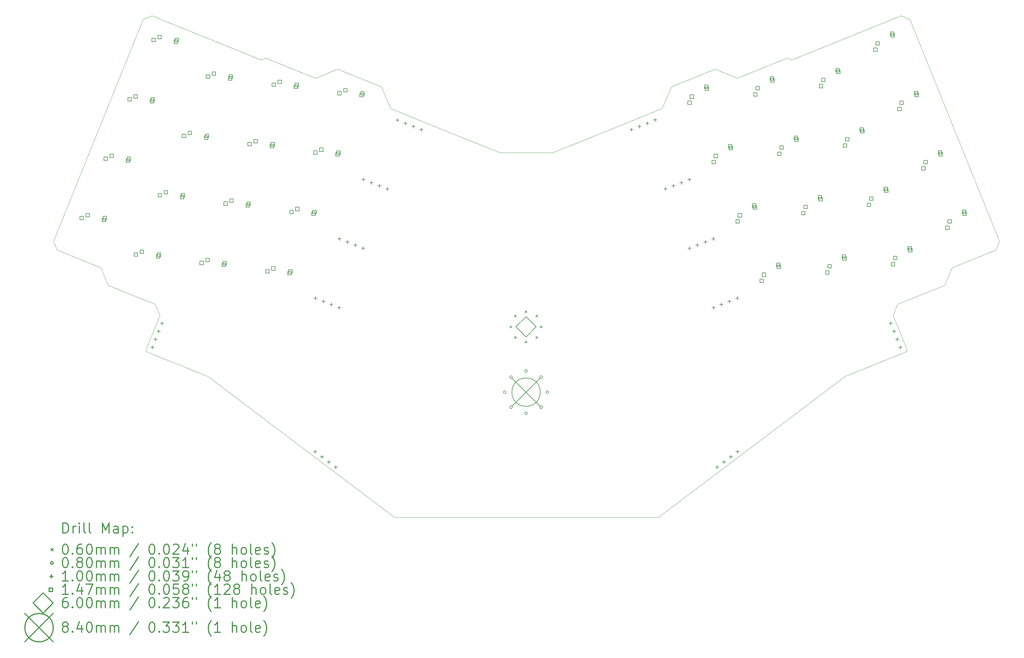
<source format=gbr>
%FSLAX45Y45*%
G04 Gerber Fmt 4.5, Leading zero omitted, Abs format (unit mm)*
G04 Created by KiCad (PCBNEW (5.1.4)-1) date 2023-05-25 13:29:21*
%MOMM*%
%LPD*%
G04 APERTURE LIST*
%ADD10C,0.050000*%
%ADD11C,0.200000*%
%ADD12C,0.300000*%
G04 APERTURE END LIST*
D10*
X13468413Y-16356381D02*
X15031587Y-16356381D01*
X14150000Y-27170000D02*
X14350000Y-27170000D01*
X10339081Y-27171638D02*
X14150000Y-27170000D01*
X8648924Y-13869913D02*
X9946981Y-14394363D01*
X3139212Y-12290966D02*
X2878854Y-12401482D01*
X8648924Y-13869913D02*
X7998028Y-14146202D01*
X1848751Y-20290010D02*
X3239526Y-20851920D01*
X2993232Y-22262360D02*
X4801241Y-22992842D01*
X1627720Y-19769294D02*
X1848751Y-20290010D01*
X9946981Y-14394363D02*
X10223270Y-15045258D01*
X2965603Y-22197270D02*
X2993232Y-22262360D01*
X3239526Y-20851920D02*
X3377671Y-21177368D01*
X11799482Y-15682089D02*
X13468413Y-16356381D01*
X6514534Y-13546831D02*
X7998028Y-14146202D01*
X219147Y-18984487D02*
X329662Y-19244845D01*
X10339081Y-27171638D02*
X4801241Y-22992842D01*
X329662Y-19244845D02*
X1627720Y-19769294D01*
X3139212Y-12290966D02*
X6384355Y-13602089D01*
X2878854Y-12401482D02*
X219147Y-18984487D01*
X6514534Y-13546831D02*
X6384355Y-13602089D01*
X11799482Y-15682089D02*
X10223270Y-15045258D01*
X2965603Y-22197270D02*
X3377671Y-21177368D01*
X18160919Y-27171638D02*
X14350000Y-27170000D01*
X18160919Y-27171638D02*
X23698759Y-22992842D01*
X25506768Y-22262360D02*
X23698759Y-22992842D01*
X25534396Y-22197270D02*
X25506768Y-22262360D01*
X25260474Y-20851920D02*
X25122329Y-21177368D01*
X25534396Y-22197270D02*
X25122329Y-21177368D01*
X26651249Y-20290010D02*
X25260474Y-20851920D01*
X26872280Y-19769294D02*
X26651249Y-20290010D01*
X28170338Y-19244845D02*
X26872280Y-19769294D01*
X28280853Y-18984487D02*
X28170338Y-19244845D01*
X25621146Y-12401482D02*
X28280853Y-18984487D01*
X25360788Y-12290966D02*
X25621146Y-12401482D01*
X21985466Y-13546831D02*
X22115645Y-13602089D01*
X19851076Y-13869913D02*
X20501972Y-14146202D01*
X16700518Y-15682089D02*
X18276730Y-15045258D01*
X18553019Y-14394363D02*
X18276730Y-15045258D01*
X16700518Y-15682089D02*
X15031587Y-16356381D01*
X19851076Y-13869913D02*
X18553019Y-14394363D01*
X21985466Y-13546831D02*
X20501972Y-14146202D01*
X25360788Y-12290966D02*
X22115645Y-13602089D01*
D11*
X13760000Y-21490000D02*
X13820000Y-21550000D01*
X13820000Y-21490000D02*
X13760000Y-21550000D01*
X13891802Y-21171802D02*
X13951802Y-21231802D01*
X13951802Y-21171802D02*
X13891802Y-21231802D01*
X13891802Y-21808198D02*
X13951802Y-21868198D01*
X13951802Y-21808198D02*
X13891802Y-21868198D01*
X14210000Y-21040000D02*
X14270000Y-21100000D01*
X14270000Y-21040000D02*
X14210000Y-21100000D01*
X14210000Y-21940000D02*
X14270000Y-22000000D01*
X14270000Y-21940000D02*
X14210000Y-22000000D01*
X14528198Y-21171802D02*
X14588198Y-21231802D01*
X14588198Y-21171802D02*
X14528198Y-21231802D01*
X14528198Y-21808198D02*
X14588198Y-21868198D01*
X14588198Y-21808198D02*
X14528198Y-21868198D01*
X14660000Y-21490000D02*
X14720000Y-21550000D01*
X14720000Y-21490000D02*
X14660000Y-21550000D01*
X13650000Y-23460000D02*
G75*
G03X13650000Y-23460000I-40000J0D01*
G01*
X13834523Y-23014523D02*
G75*
G03X13834523Y-23014523I-40000J0D01*
G01*
X13834523Y-23905477D02*
G75*
G03X13834523Y-23905477I-40000J0D01*
G01*
X14280000Y-22830000D02*
G75*
G03X14280000Y-22830000I-40000J0D01*
G01*
X14280000Y-24090000D02*
G75*
G03X14280000Y-24090000I-40000J0D01*
G01*
X14725477Y-23014523D02*
G75*
G03X14725477Y-23014523I-40000J0D01*
G01*
X14725477Y-23905477D02*
G75*
G03X14725477Y-23905477I-40000J0D01*
G01*
X14910000Y-23460000D02*
G75*
G03X14910000Y-23460000I-40000J0D01*
G01*
X17366096Y-15619457D02*
X17366096Y-15719457D01*
X17316096Y-15669457D02*
X17416096Y-15669457D01*
X17601600Y-15524307D02*
X17601600Y-15624307D01*
X17551600Y-15574307D02*
X17651600Y-15574307D01*
X17837105Y-15429157D02*
X17837105Y-15529157D01*
X17787105Y-15479157D02*
X17887105Y-15479157D01*
X18072610Y-15334007D02*
X18072610Y-15434007D01*
X18022610Y-15384007D02*
X18122610Y-15384007D01*
X19801353Y-20904405D02*
X19801353Y-21004405D01*
X19751353Y-20954405D02*
X19851353Y-20954405D01*
X20036858Y-20809255D02*
X20036858Y-20909255D01*
X19986858Y-20859255D02*
X20086858Y-20859255D01*
X20272362Y-20714105D02*
X20272362Y-20814105D01*
X20222362Y-20764105D02*
X20322362Y-20764105D01*
X20507867Y-20618955D02*
X20507867Y-20718955D01*
X20457867Y-20668955D02*
X20557867Y-20668955D01*
X8705445Y-18857554D02*
X8705445Y-18957554D01*
X8655445Y-18907554D02*
X8755445Y-18907554D01*
X8940950Y-18952705D02*
X8940950Y-19052705D01*
X8890950Y-19002705D02*
X8990950Y-19002705D01*
X9176454Y-19047855D02*
X9176454Y-19147855D01*
X9126454Y-19097855D02*
X9226454Y-19097855D01*
X9411959Y-19143005D02*
X9411959Y-19243005D01*
X9361959Y-19193005D02*
X9461959Y-19193005D01*
X25058173Y-21368996D02*
X25058173Y-21468996D01*
X25008173Y-21418996D02*
X25108173Y-21418996D01*
X25153323Y-21604500D02*
X25153323Y-21704500D01*
X25103323Y-21654500D02*
X25203323Y-21654500D01*
X25248473Y-21840005D02*
X25248473Y-21940005D01*
X25198473Y-21890005D02*
X25298473Y-21890005D01*
X25343623Y-22075510D02*
X25343623Y-22175510D01*
X25293623Y-22125510D02*
X25393623Y-22125510D01*
X9417197Y-17095905D02*
X9417197Y-17195905D01*
X9367197Y-17145905D02*
X9467197Y-17145905D01*
X9652702Y-17191055D02*
X9652702Y-17291055D01*
X9602702Y-17241055D02*
X9702702Y-17241055D01*
X9888207Y-17286205D02*
X9888207Y-17386205D01*
X9838207Y-17336205D02*
X9938207Y-17336205D01*
X10123711Y-17381355D02*
X10123711Y-17481355D01*
X10073711Y-17431355D02*
X10173711Y-17431355D01*
X19089601Y-19142756D02*
X19089601Y-19242756D01*
X19039601Y-19192756D02*
X19139601Y-19192756D01*
X19325105Y-19047606D02*
X19325105Y-19147606D01*
X19275105Y-19097606D02*
X19375105Y-19097606D01*
X19560610Y-18952456D02*
X19560610Y-19052456D01*
X19510610Y-19002456D02*
X19610610Y-19002456D01*
X19796115Y-18857306D02*
X19796115Y-18957306D01*
X19746115Y-18907306D02*
X19846115Y-18907306D01*
X3157936Y-22075758D02*
X3157936Y-22175758D01*
X3107936Y-22125758D02*
X3207936Y-22125758D01*
X3253086Y-21840254D02*
X3253086Y-21940254D01*
X3203086Y-21890254D02*
X3303086Y-21890254D01*
X3348236Y-21604749D02*
X3348236Y-21704749D01*
X3298236Y-21654749D02*
X3398236Y-21654749D01*
X3443386Y-21369244D02*
X3443386Y-21469244D01*
X3393386Y-21419244D02*
X3493386Y-21419244D01*
X7985089Y-25172530D02*
X7985089Y-25272530D01*
X7935089Y-25222530D02*
X8035089Y-25222530D01*
X8187943Y-25325391D02*
X8187943Y-25425391D01*
X8137943Y-25375391D02*
X8237943Y-25375391D01*
X8390796Y-25478252D02*
X8390796Y-25578252D01*
X8340796Y-25528252D02*
X8440796Y-25528252D01*
X8593650Y-25631113D02*
X8593650Y-25731113D01*
X8543650Y-25681113D02*
X8643650Y-25681113D01*
X10428950Y-15334256D02*
X10428950Y-15434256D01*
X10378950Y-15384256D02*
X10478950Y-15384256D01*
X10664455Y-15429406D02*
X10664455Y-15529406D01*
X10614455Y-15479406D02*
X10714455Y-15479406D01*
X10899959Y-15524556D02*
X10899959Y-15624556D01*
X10849959Y-15574556D02*
X10949959Y-15574556D01*
X11135464Y-15619706D02*
X11135464Y-15719706D01*
X11085464Y-15669706D02*
X11185464Y-15669706D01*
X19910568Y-25631535D02*
X19910568Y-25731535D01*
X19860568Y-25681535D02*
X19960568Y-25681535D01*
X20113421Y-25478674D02*
X20113421Y-25578674D01*
X20063421Y-25528674D02*
X20163421Y-25528674D01*
X20316274Y-25325813D02*
X20316274Y-25425813D01*
X20266274Y-25375813D02*
X20366274Y-25375813D01*
X20519128Y-25172952D02*
X20519128Y-25272952D01*
X20469128Y-25222952D02*
X20569128Y-25222952D01*
X7993692Y-20619204D02*
X7993692Y-20719204D01*
X7943692Y-20669204D02*
X8043692Y-20669204D01*
X8229197Y-20714354D02*
X8229197Y-20814354D01*
X8179197Y-20764354D02*
X8279197Y-20764354D01*
X8464702Y-20809504D02*
X8464702Y-20909504D01*
X8414702Y-20859504D02*
X8514702Y-20859504D01*
X8700206Y-20904654D02*
X8700206Y-21004654D01*
X8650206Y-20954654D02*
X8750206Y-20954654D01*
X18377848Y-17381107D02*
X18377848Y-17481107D01*
X18327848Y-17431107D02*
X18427848Y-17431107D01*
X18613353Y-17285957D02*
X18613353Y-17385957D01*
X18563353Y-17335957D02*
X18663353Y-17335957D01*
X18848857Y-17190807D02*
X18848857Y-17290807D01*
X18798857Y-17240807D02*
X18898857Y-17240807D01*
X19084362Y-17095657D02*
X19084362Y-17195657D01*
X19034362Y-17145657D02*
X19134362Y-17145657D01*
X21091712Y-14677636D02*
X21091712Y-14573690D01*
X20987766Y-14573690D01*
X20987766Y-14677636D01*
X21091712Y-14677636D01*
X21158480Y-14493194D02*
X21158480Y-14389248D01*
X21054535Y-14389248D01*
X21054535Y-14493194D01*
X21158480Y-14493194D01*
X21585323Y-14204256D02*
X21585323Y-14100311D01*
X21481378Y-14100311D01*
X21481378Y-14204256D01*
X21585323Y-14204256D01*
X21603342Y-14259531D02*
X21603342Y-14155586D01*
X21499396Y-14155586D01*
X21499396Y-14259531D01*
X21603342Y-14259531D01*
X7332727Y-18163894D02*
X7332727Y-18059948D01*
X7228781Y-18059948D01*
X7228781Y-18163894D01*
X7332727Y-18163894D01*
X7508880Y-18077598D02*
X7508880Y-17973653D01*
X7404935Y-17973653D01*
X7404935Y-18077598D01*
X7508880Y-18077598D01*
X7991202Y-18218542D02*
X7991202Y-18114597D01*
X7887257Y-18114597D01*
X7887257Y-18218542D01*
X7991202Y-18218542D01*
X8016638Y-18166264D02*
X8016638Y-18062319D01*
X7912693Y-18062319D01*
X7912693Y-18166264D01*
X8016638Y-18166264D01*
X6095526Y-16154084D02*
X6095526Y-16050138D01*
X5991581Y-16050138D01*
X5991581Y-16154084D01*
X6095526Y-16154084D01*
X6271680Y-16067788D02*
X6271680Y-15963843D01*
X6167735Y-15963843D01*
X6167735Y-16067788D01*
X6271680Y-16067788D01*
X6754002Y-16208732D02*
X6754002Y-16104787D01*
X6650057Y-16104787D01*
X6650057Y-16208732D01*
X6754002Y-16208732D01*
X6779438Y-16156454D02*
X6779438Y-16052509D01*
X6675493Y-16052509D01*
X6675493Y-16156454D01*
X6779438Y-16156454D01*
X6807279Y-14392434D02*
X6807279Y-14288489D01*
X6703333Y-14288489D01*
X6703333Y-14392434D01*
X6807279Y-14392434D01*
X6983433Y-14306139D02*
X6983433Y-14202193D01*
X6879487Y-14202193D01*
X6879487Y-14306139D01*
X6983433Y-14306139D01*
X7465755Y-14447083D02*
X7465755Y-14343137D01*
X7361809Y-14343137D01*
X7361809Y-14447083D01*
X7465755Y-14447083D01*
X7491191Y-14394805D02*
X7491191Y-14290859D01*
X7387245Y-14290859D01*
X7387245Y-14394805D01*
X7491191Y-14394805D01*
X20566264Y-18449095D02*
X20566264Y-18345150D01*
X20462319Y-18345150D01*
X20462319Y-18449095D01*
X20566264Y-18449095D01*
X20633033Y-18264653D02*
X20633033Y-18160707D01*
X20529087Y-18160707D01*
X20529087Y-18264653D01*
X20633033Y-18264653D01*
X21059876Y-17975715D02*
X21059876Y-17871770D01*
X20955930Y-17871770D01*
X20955930Y-17975715D01*
X21059876Y-17975715D01*
X21077894Y-18030991D02*
X21077894Y-17927045D01*
X20973949Y-17927045D01*
X20973949Y-18030991D01*
X21077894Y-18030991D01*
X26075976Y-16870148D02*
X26075976Y-16766202D01*
X25972031Y-16766202D01*
X25972031Y-16870148D01*
X26075976Y-16870148D01*
X26142745Y-16685706D02*
X26142745Y-16581760D01*
X26038799Y-16581760D01*
X26038799Y-16685706D01*
X26142745Y-16685706D01*
X26569588Y-16396768D02*
X26569588Y-16292822D01*
X26465642Y-16292822D01*
X26465642Y-16396768D01*
X26569588Y-16396768D01*
X26587606Y-16452043D02*
X26587606Y-16348098D01*
X26483661Y-16348098D01*
X26483661Y-16452043D01*
X26587606Y-16452043D01*
X3434821Y-17667572D02*
X3434821Y-17563627D01*
X3330876Y-17563627D01*
X3330876Y-17667572D01*
X3434821Y-17667572D01*
X3610975Y-17581277D02*
X3610975Y-17477331D01*
X3507029Y-17477331D01*
X3507029Y-17581277D01*
X3610975Y-17581277D01*
X4093297Y-17722221D02*
X4093297Y-17618276D01*
X3989352Y-17618276D01*
X3989352Y-17722221D01*
X4093297Y-17722221D01*
X4118733Y-17669943D02*
X4118733Y-17565997D01*
X4014788Y-17565997D01*
X4014788Y-17669943D01*
X4118733Y-17669943D01*
X24464169Y-17952774D02*
X24464169Y-17848829D01*
X24360224Y-17848829D01*
X24360224Y-17952774D01*
X24464169Y-17952774D01*
X24530938Y-17768332D02*
X24530938Y-17664386D01*
X24426992Y-17664386D01*
X24426992Y-17768332D01*
X24530938Y-17768332D01*
X24957781Y-17479394D02*
X24957781Y-17375449D01*
X24853835Y-17375449D01*
X24853835Y-17479394D01*
X24957781Y-17479394D01*
X24975800Y-17534669D02*
X24975800Y-17430724D01*
X24871854Y-17430724D01*
X24871854Y-17534669D01*
X24975800Y-17534669D01*
X21278017Y-20209193D02*
X21278017Y-20105248D01*
X21174071Y-20105248D01*
X21174071Y-20209193D01*
X21278017Y-20209193D01*
X21344785Y-20024751D02*
X21344785Y-19920805D01*
X21240840Y-19920805D01*
X21240840Y-20024751D01*
X21344785Y-20024751D01*
X21771628Y-19735813D02*
X21771628Y-19631868D01*
X21667683Y-19631868D01*
X21667683Y-19735813D01*
X21771628Y-19735813D01*
X21789647Y-19791088D02*
X21789647Y-19687143D01*
X21685701Y-19687143D01*
X21685701Y-19791088D01*
X21789647Y-19791088D01*
X4146574Y-15905923D02*
X4146574Y-15801977D01*
X4042628Y-15801977D01*
X4042628Y-15905923D01*
X4146574Y-15905923D01*
X4322728Y-15819628D02*
X4322728Y-15715682D01*
X4218782Y-15715682D01*
X4218782Y-15819628D01*
X4322728Y-15819628D01*
X4805050Y-15960572D02*
X4805050Y-15856626D01*
X4701104Y-15856626D01*
X4701104Y-15960572D01*
X4805050Y-15960572D01*
X4830486Y-15908294D02*
X4830486Y-15804348D01*
X4726540Y-15804348D01*
X4726540Y-15908294D01*
X4830486Y-15908294D01*
X19142759Y-14925797D02*
X19142759Y-14821851D01*
X19038814Y-14821851D01*
X19038814Y-14925797D01*
X19142759Y-14925797D01*
X19209528Y-14741354D02*
X19209528Y-14637409D01*
X19105582Y-14637409D01*
X19105582Y-14741354D01*
X19209528Y-14741354D01*
X19636371Y-14452417D02*
X19636371Y-14348471D01*
X19532425Y-14348471D01*
X19532425Y-14452417D01*
X19636371Y-14452417D01*
X19654389Y-14507692D02*
X19654389Y-14403746D01*
X19550444Y-14403746D01*
X19550444Y-14507692D01*
X19654389Y-14507692D01*
X2723069Y-19429222D02*
X2723069Y-19325276D01*
X2619123Y-19325276D01*
X2619123Y-19429222D01*
X2723069Y-19429222D01*
X2899223Y-19342926D02*
X2899223Y-19238981D01*
X2795277Y-19238981D01*
X2795277Y-19342926D01*
X2899223Y-19342926D01*
X3381545Y-19483870D02*
X3381545Y-19379925D01*
X3277599Y-19379925D01*
X3277599Y-19483870D01*
X3381545Y-19483870D01*
X3406981Y-19431592D02*
X3406981Y-19327647D01*
X3303035Y-19327647D01*
X3303035Y-19431592D01*
X3406981Y-19431592D01*
X8044479Y-16402244D02*
X8044479Y-16298299D01*
X7940533Y-16298299D01*
X7940533Y-16402244D01*
X8044479Y-16402244D01*
X8220633Y-16315949D02*
X8220633Y-16212003D01*
X8116687Y-16212003D01*
X8116687Y-16315949D01*
X8220633Y-16315949D01*
X8702955Y-16456893D02*
X8702955Y-16352947D01*
X8599009Y-16352947D01*
X8599009Y-16456893D01*
X8702955Y-16456893D01*
X8728391Y-16404615D02*
X8728391Y-16300669D01*
X8624445Y-16300669D01*
X8624445Y-16404615D01*
X8728391Y-16404615D01*
X23040664Y-14429475D02*
X23040664Y-14325530D01*
X22936719Y-14325530D01*
X22936719Y-14429475D01*
X23040664Y-14429475D01*
X23107433Y-14245033D02*
X23107433Y-14141088D01*
X23003487Y-14141088D01*
X23003487Y-14245033D01*
X23107433Y-14245033D01*
X23534276Y-13956096D02*
X23534276Y-13852150D01*
X23430330Y-13852150D01*
X23430330Y-13956096D01*
X23534276Y-13956096D01*
X23552294Y-14011371D02*
X23552294Y-13907425D01*
X23448349Y-13907425D01*
X23448349Y-14011371D01*
X23552294Y-14011371D01*
X1111262Y-18346596D02*
X1111262Y-18242650D01*
X1007317Y-18242650D01*
X1007317Y-18346596D01*
X1111262Y-18346596D01*
X1287416Y-18260300D02*
X1287416Y-18156355D01*
X1183470Y-18156355D01*
X1183470Y-18260300D01*
X1287416Y-18260300D01*
X1769738Y-18401244D02*
X1769738Y-18297299D01*
X1665792Y-18297299D01*
X1665792Y-18401244D01*
X1769738Y-18401244D01*
X1795174Y-18348966D02*
X1795174Y-18245021D01*
X1691228Y-18245021D01*
X1691228Y-18348966D01*
X1795174Y-18348966D01*
X3246520Y-13061648D02*
X3246520Y-12957702D01*
X3142574Y-12957702D01*
X3142574Y-13061648D01*
X3246520Y-13061648D01*
X3422673Y-12975352D02*
X3422673Y-12871407D01*
X3318728Y-12871407D01*
X3318728Y-12975352D01*
X3422673Y-12975352D01*
X3904996Y-13116296D02*
X3904996Y-13012351D01*
X3801050Y-13012351D01*
X3801050Y-13116296D01*
X3904996Y-13116296D01*
X3930431Y-13064018D02*
X3930431Y-12960073D01*
X3826486Y-12960073D01*
X3826486Y-13064018D01*
X3930431Y-13064018D01*
X23226969Y-19962584D02*
X23226969Y-19858638D01*
X23123024Y-19858638D01*
X23123024Y-19962584D01*
X23226969Y-19962584D01*
X23293738Y-19778142D02*
X23293738Y-19674196D01*
X23189792Y-19674196D01*
X23189792Y-19778142D01*
X23293738Y-19778142D01*
X23720581Y-19489204D02*
X23720581Y-19385259D01*
X23616635Y-19385259D01*
X23616635Y-19489204D01*
X23720581Y-19489204D01*
X23738599Y-19544479D02*
X23738599Y-19440534D01*
X23634654Y-19440534D01*
X23634654Y-19544479D01*
X23738599Y-19544479D01*
X21803464Y-16439285D02*
X21803464Y-16335340D01*
X21699519Y-16335340D01*
X21699519Y-16439285D01*
X21803464Y-16439285D01*
X21870233Y-16254843D02*
X21870233Y-16150897D01*
X21766287Y-16150897D01*
X21766287Y-16254843D01*
X21870233Y-16254843D01*
X22297076Y-15965905D02*
X22297076Y-15861960D01*
X22193130Y-15861960D01*
X22193130Y-15965905D01*
X22297076Y-15965905D01*
X22315095Y-16021181D02*
X22315095Y-15917235D01*
X22211149Y-15917235D01*
X22211149Y-16021181D01*
X22315095Y-16021181D01*
X25364224Y-15108499D02*
X25364224Y-15004553D01*
X25260278Y-15004553D01*
X25260278Y-15108499D01*
X25364224Y-15108499D01*
X25430992Y-14924056D02*
X25430992Y-14820111D01*
X25327047Y-14820111D01*
X25327047Y-14924056D01*
X25430992Y-14924056D01*
X25857835Y-14635119D02*
X25857835Y-14531173D01*
X25753890Y-14531173D01*
X25753890Y-14635119D01*
X25857835Y-14635119D01*
X25875854Y-14690394D02*
X25875854Y-14586448D01*
X25771908Y-14586448D01*
X25771908Y-14690394D01*
X25875854Y-14690394D01*
X23752417Y-16191125D02*
X23752417Y-16087179D01*
X23648471Y-16087179D01*
X23648471Y-16191125D01*
X23752417Y-16191125D01*
X23819185Y-16006682D02*
X23819185Y-15902737D01*
X23715240Y-15902737D01*
X23715240Y-16006682D01*
X23819185Y-16006682D01*
X24246029Y-15717745D02*
X24246029Y-15613799D01*
X24142083Y-15613799D01*
X24142083Y-15717745D01*
X24246029Y-15717745D01*
X24264047Y-15773020D02*
X24264047Y-15669074D01*
X24160101Y-15669074D01*
X24160101Y-15773020D01*
X24264047Y-15773020D01*
X4858326Y-14144274D02*
X4858326Y-14040328D01*
X4754381Y-14040328D01*
X4754381Y-14144274D01*
X4858326Y-14144274D01*
X5034480Y-14057978D02*
X5034480Y-13954033D01*
X4930535Y-13954033D01*
X4930535Y-14057978D01*
X5034480Y-14057978D01*
X5516802Y-14198922D02*
X5516802Y-14094977D01*
X5412857Y-14094977D01*
X5412857Y-14198922D01*
X5516802Y-14198922D01*
X5542238Y-14146644D02*
X5542238Y-14042699D01*
X5438293Y-14042699D01*
X5438293Y-14146644D01*
X5542238Y-14146644D01*
X4672022Y-19677382D02*
X4672022Y-19573437D01*
X4568076Y-19573437D01*
X4568076Y-19677382D01*
X4672022Y-19677382D01*
X4848175Y-19591087D02*
X4848175Y-19487141D01*
X4744230Y-19487141D01*
X4744230Y-19591087D01*
X4848175Y-19591087D01*
X5330497Y-19732031D02*
X5330497Y-19628085D01*
X5226552Y-19628085D01*
X5226552Y-19732031D01*
X5330497Y-19732031D01*
X5355933Y-19679753D02*
X5355933Y-19575807D01*
X5251988Y-19575807D01*
X5251988Y-19679753D01*
X5355933Y-19679753D01*
X24652471Y-13346849D02*
X24652471Y-13242904D01*
X24548525Y-13242904D01*
X24548525Y-13346849D01*
X24652471Y-13346849D01*
X24719240Y-13162407D02*
X24719240Y-13058461D01*
X24615294Y-13058461D01*
X24615294Y-13162407D01*
X24719240Y-13162407D01*
X25146083Y-12873469D02*
X25146083Y-12769524D01*
X25042137Y-12769524D01*
X25042137Y-12873469D01*
X25146083Y-12873469D01*
X25164101Y-12928745D02*
X25164101Y-12824799D01*
X25060156Y-12824799D01*
X25060156Y-12928745D01*
X25164101Y-12928745D01*
X5383774Y-17915733D02*
X5383774Y-17811787D01*
X5279828Y-17811787D01*
X5279828Y-17915733D01*
X5383774Y-17915733D01*
X5559928Y-17829438D02*
X5559928Y-17725492D01*
X5455982Y-17725492D01*
X5455982Y-17829438D01*
X5559928Y-17829438D01*
X6042250Y-17970382D02*
X6042250Y-17866436D01*
X5938304Y-17866436D01*
X5938304Y-17970382D01*
X6042250Y-17970382D01*
X6067686Y-17918104D02*
X6067686Y-17814158D01*
X5963740Y-17814158D01*
X5963740Y-17918104D01*
X6067686Y-17918104D01*
X2534767Y-14823297D02*
X2534767Y-14719351D01*
X2430822Y-14719351D01*
X2430822Y-14823297D01*
X2534767Y-14823297D01*
X2710921Y-14737002D02*
X2710921Y-14633056D01*
X2606975Y-14633056D01*
X2606975Y-14737002D01*
X2710921Y-14737002D01*
X3193243Y-14877946D02*
X3193243Y-14774000D01*
X3089297Y-14774000D01*
X3089297Y-14877946D01*
X3193243Y-14877946D01*
X3218679Y-14825667D02*
X3218679Y-14721722D01*
X3114733Y-14721722D01*
X3114733Y-14825667D01*
X3218679Y-14825667D01*
X8756232Y-14640595D02*
X8756232Y-14536649D01*
X8652286Y-14536649D01*
X8652286Y-14640595D01*
X8756232Y-14640595D01*
X8932385Y-14554300D02*
X8932385Y-14450354D01*
X8828440Y-14450354D01*
X8828440Y-14554300D01*
X8932385Y-14554300D01*
X9414708Y-14695244D02*
X9414708Y-14591298D01*
X9310762Y-14591298D01*
X9310762Y-14695244D01*
X9414708Y-14695244D01*
X9440144Y-14642965D02*
X9440144Y-14539020D01*
X9336198Y-14539020D01*
X9336198Y-14642965D01*
X9440144Y-14642965D01*
X1823015Y-16584946D02*
X1823015Y-16481001D01*
X1719069Y-16481001D01*
X1719069Y-16584946D01*
X1823015Y-16584946D01*
X1999168Y-16498651D02*
X1999168Y-16394705D01*
X1895223Y-16394705D01*
X1895223Y-16498651D01*
X1999168Y-16498651D01*
X2481491Y-16639595D02*
X2481491Y-16535649D01*
X2377545Y-16535649D01*
X2377545Y-16639595D01*
X2481491Y-16639595D01*
X2506927Y-16587317D02*
X2506927Y-16483371D01*
X2402981Y-16483371D01*
X2402981Y-16587317D01*
X2506927Y-16587317D01*
X26787729Y-18631797D02*
X26787729Y-18527852D01*
X26683783Y-18527852D01*
X26683783Y-18631797D01*
X26787729Y-18631797D01*
X26854497Y-18447355D02*
X26854497Y-18343410D01*
X26750552Y-18343410D01*
X26750552Y-18447355D01*
X26854497Y-18447355D01*
X27281340Y-18158418D02*
X27281340Y-18054472D01*
X27177395Y-18054472D01*
X27177395Y-18158418D01*
X27281340Y-18158418D01*
X27299359Y-18213693D02*
X27299359Y-18109747D01*
X27195413Y-18109747D01*
X27195413Y-18213693D01*
X27299359Y-18213693D01*
X6620974Y-19925543D02*
X6620974Y-19821597D01*
X6517028Y-19821597D01*
X6517028Y-19925543D01*
X6620974Y-19925543D01*
X6797128Y-19839248D02*
X6797128Y-19735302D01*
X6693182Y-19735302D01*
X6693182Y-19839248D01*
X6797128Y-19839248D01*
X7279450Y-19980192D02*
X7279450Y-19876246D01*
X7175504Y-19876246D01*
X7175504Y-19980192D01*
X7279450Y-19980192D01*
X7304886Y-19927913D02*
X7304886Y-19823968D01*
X7200940Y-19823968D01*
X7200940Y-19927913D01*
X7304886Y-19927913D01*
X25175922Y-19714423D02*
X25175922Y-19610478D01*
X25071976Y-19610478D01*
X25071976Y-19714423D01*
X25175922Y-19714423D01*
X25242690Y-19529981D02*
X25242690Y-19426036D01*
X25138745Y-19426036D01*
X25138745Y-19529981D01*
X25242690Y-19529981D01*
X25669534Y-19241044D02*
X25669534Y-19137098D01*
X25565588Y-19137098D01*
X25565588Y-19241044D01*
X25669534Y-19241044D01*
X25687552Y-19296319D02*
X25687552Y-19192373D01*
X25583606Y-19192373D01*
X25583606Y-19296319D01*
X25687552Y-19296319D01*
X22515217Y-18200935D02*
X22515217Y-18096989D01*
X22411271Y-18096989D01*
X22411271Y-18200935D01*
X22515217Y-18200935D01*
X22581985Y-18016492D02*
X22581985Y-17912547D01*
X22478040Y-17912547D01*
X22478040Y-18016492D01*
X22581985Y-18016492D01*
X23008828Y-17727555D02*
X23008828Y-17623609D01*
X22904883Y-17623609D01*
X22904883Y-17727555D01*
X23008828Y-17727555D01*
X23026847Y-17782830D02*
X23026847Y-17678884D01*
X22922901Y-17678884D01*
X22922901Y-17782830D01*
X23026847Y-17782830D01*
X19854512Y-16687446D02*
X19854512Y-16583500D01*
X19750566Y-16583500D01*
X19750566Y-16687446D01*
X19854512Y-16687446D01*
X19921280Y-16503004D02*
X19921280Y-16399058D01*
X19817335Y-16399058D01*
X19817335Y-16503004D01*
X19921280Y-16503004D01*
X20348123Y-16214066D02*
X20348123Y-16110120D01*
X20244178Y-16110120D01*
X20244178Y-16214066D01*
X20348123Y-16214066D01*
X20366142Y-16269341D02*
X20366142Y-16165396D01*
X20262196Y-16165396D01*
X20262196Y-16269341D01*
X20366142Y-16269341D01*
X14240000Y-21820000D02*
X14540000Y-21520000D01*
X14240000Y-21220000D01*
X13940000Y-21520000D01*
X14240000Y-21820000D01*
X13820000Y-23040000D02*
X14660000Y-23880000D01*
X14660000Y-23040000D02*
X13820000Y-23880000D01*
X14660000Y-23460000D02*
G75*
G03X14660000Y-23460000I-420000J0D01*
G01*
D12*
X503075Y-27639852D02*
X503075Y-27339852D01*
X574504Y-27339852D01*
X617361Y-27354138D01*
X645933Y-27382709D01*
X660218Y-27411281D01*
X674504Y-27468423D01*
X674504Y-27511281D01*
X660218Y-27568423D01*
X645933Y-27596995D01*
X617361Y-27625566D01*
X574504Y-27639852D01*
X503075Y-27639852D01*
X803075Y-27639852D02*
X803075Y-27439852D01*
X803075Y-27496995D02*
X817361Y-27468423D01*
X831647Y-27454138D01*
X860218Y-27439852D01*
X888790Y-27439852D01*
X988790Y-27639852D02*
X988790Y-27439852D01*
X988790Y-27339852D02*
X974504Y-27354138D01*
X988790Y-27368423D01*
X1003075Y-27354138D01*
X988790Y-27339852D01*
X988790Y-27368423D01*
X1174504Y-27639852D02*
X1145933Y-27625566D01*
X1131647Y-27596995D01*
X1131647Y-27339852D01*
X1331647Y-27639852D02*
X1303075Y-27625566D01*
X1288790Y-27596995D01*
X1288790Y-27339852D01*
X1674504Y-27639852D02*
X1674504Y-27339852D01*
X1774504Y-27554138D01*
X1874504Y-27339852D01*
X1874504Y-27639852D01*
X2145933Y-27639852D02*
X2145933Y-27482709D01*
X2131647Y-27454138D01*
X2103075Y-27439852D01*
X2045932Y-27439852D01*
X2017361Y-27454138D01*
X2145933Y-27625566D02*
X2117361Y-27639852D01*
X2045932Y-27639852D01*
X2017361Y-27625566D01*
X2003075Y-27596995D01*
X2003075Y-27568423D01*
X2017361Y-27539852D01*
X2045932Y-27525566D01*
X2117361Y-27525566D01*
X2145933Y-27511281D01*
X2288790Y-27439852D02*
X2288790Y-27739852D01*
X2288790Y-27454138D02*
X2317361Y-27439852D01*
X2374504Y-27439852D01*
X2403075Y-27454138D01*
X2417361Y-27468423D01*
X2431647Y-27496995D01*
X2431647Y-27582709D01*
X2417361Y-27611281D01*
X2403075Y-27625566D01*
X2374504Y-27639852D01*
X2317361Y-27639852D01*
X2288790Y-27625566D01*
X2560218Y-27611281D02*
X2574504Y-27625566D01*
X2560218Y-27639852D01*
X2545933Y-27625566D01*
X2560218Y-27611281D01*
X2560218Y-27639852D01*
X2560218Y-27454138D02*
X2574504Y-27468423D01*
X2560218Y-27482709D01*
X2545933Y-27468423D01*
X2560218Y-27454138D01*
X2560218Y-27482709D01*
X156647Y-28104138D02*
X216647Y-28164138D01*
X216647Y-28104138D02*
X156647Y-28164138D01*
X560218Y-27969852D02*
X588790Y-27969852D01*
X617361Y-27984138D01*
X631647Y-27998423D01*
X645933Y-28026995D01*
X660218Y-28084138D01*
X660218Y-28155566D01*
X645933Y-28212709D01*
X631647Y-28241281D01*
X617361Y-28255566D01*
X588790Y-28269852D01*
X560218Y-28269852D01*
X531647Y-28255566D01*
X517361Y-28241281D01*
X503075Y-28212709D01*
X488790Y-28155566D01*
X488790Y-28084138D01*
X503075Y-28026995D01*
X517361Y-27998423D01*
X531647Y-27984138D01*
X560218Y-27969852D01*
X788790Y-28241281D02*
X803075Y-28255566D01*
X788790Y-28269852D01*
X774504Y-28255566D01*
X788790Y-28241281D01*
X788790Y-28269852D01*
X1060218Y-27969852D02*
X1003075Y-27969852D01*
X974504Y-27984138D01*
X960218Y-27998423D01*
X931647Y-28041281D01*
X917361Y-28098423D01*
X917361Y-28212709D01*
X931647Y-28241281D01*
X945932Y-28255566D01*
X974504Y-28269852D01*
X1031647Y-28269852D01*
X1060218Y-28255566D01*
X1074504Y-28241281D01*
X1088790Y-28212709D01*
X1088790Y-28141281D01*
X1074504Y-28112709D01*
X1060218Y-28098423D01*
X1031647Y-28084138D01*
X974504Y-28084138D01*
X945932Y-28098423D01*
X931647Y-28112709D01*
X917361Y-28141281D01*
X1274504Y-27969852D02*
X1303075Y-27969852D01*
X1331647Y-27984138D01*
X1345933Y-27998423D01*
X1360218Y-28026995D01*
X1374504Y-28084138D01*
X1374504Y-28155566D01*
X1360218Y-28212709D01*
X1345933Y-28241281D01*
X1331647Y-28255566D01*
X1303075Y-28269852D01*
X1274504Y-28269852D01*
X1245933Y-28255566D01*
X1231647Y-28241281D01*
X1217361Y-28212709D01*
X1203075Y-28155566D01*
X1203075Y-28084138D01*
X1217361Y-28026995D01*
X1231647Y-27998423D01*
X1245933Y-27984138D01*
X1274504Y-27969852D01*
X1503075Y-28269852D02*
X1503075Y-28069852D01*
X1503075Y-28098423D02*
X1517361Y-28084138D01*
X1545932Y-28069852D01*
X1588790Y-28069852D01*
X1617361Y-28084138D01*
X1631647Y-28112709D01*
X1631647Y-28269852D01*
X1631647Y-28112709D02*
X1645932Y-28084138D01*
X1674504Y-28069852D01*
X1717361Y-28069852D01*
X1745932Y-28084138D01*
X1760218Y-28112709D01*
X1760218Y-28269852D01*
X1903075Y-28269852D02*
X1903075Y-28069852D01*
X1903075Y-28098423D02*
X1917361Y-28084138D01*
X1945932Y-28069852D01*
X1988790Y-28069852D01*
X2017361Y-28084138D01*
X2031647Y-28112709D01*
X2031647Y-28269852D01*
X2031647Y-28112709D02*
X2045932Y-28084138D01*
X2074504Y-28069852D01*
X2117361Y-28069852D01*
X2145933Y-28084138D01*
X2160218Y-28112709D01*
X2160218Y-28269852D01*
X2745933Y-27955566D02*
X2488790Y-28341281D01*
X3131647Y-27969852D02*
X3160218Y-27969852D01*
X3188790Y-27984138D01*
X3203075Y-27998423D01*
X3217361Y-28026995D01*
X3231647Y-28084138D01*
X3231647Y-28155566D01*
X3217361Y-28212709D01*
X3203075Y-28241281D01*
X3188790Y-28255566D01*
X3160218Y-28269852D01*
X3131647Y-28269852D01*
X3103075Y-28255566D01*
X3088790Y-28241281D01*
X3074504Y-28212709D01*
X3060218Y-28155566D01*
X3060218Y-28084138D01*
X3074504Y-28026995D01*
X3088790Y-27998423D01*
X3103075Y-27984138D01*
X3131647Y-27969852D01*
X3360218Y-28241281D02*
X3374504Y-28255566D01*
X3360218Y-28269852D01*
X3345932Y-28255566D01*
X3360218Y-28241281D01*
X3360218Y-28269852D01*
X3560218Y-27969852D02*
X3588790Y-27969852D01*
X3617361Y-27984138D01*
X3631647Y-27998423D01*
X3645932Y-28026995D01*
X3660218Y-28084138D01*
X3660218Y-28155566D01*
X3645932Y-28212709D01*
X3631647Y-28241281D01*
X3617361Y-28255566D01*
X3588790Y-28269852D01*
X3560218Y-28269852D01*
X3531647Y-28255566D01*
X3517361Y-28241281D01*
X3503075Y-28212709D01*
X3488790Y-28155566D01*
X3488790Y-28084138D01*
X3503075Y-28026995D01*
X3517361Y-27998423D01*
X3531647Y-27984138D01*
X3560218Y-27969852D01*
X3774504Y-27998423D02*
X3788790Y-27984138D01*
X3817361Y-27969852D01*
X3888790Y-27969852D01*
X3917361Y-27984138D01*
X3931647Y-27998423D01*
X3945932Y-28026995D01*
X3945932Y-28055566D01*
X3931647Y-28098423D01*
X3760218Y-28269852D01*
X3945932Y-28269852D01*
X4203075Y-28069852D02*
X4203075Y-28269852D01*
X4131647Y-27955566D02*
X4060218Y-28169852D01*
X4245933Y-28169852D01*
X4345933Y-27969852D02*
X4345933Y-28026995D01*
X4460218Y-27969852D02*
X4460218Y-28026995D01*
X4903075Y-28384138D02*
X4888790Y-28369852D01*
X4860218Y-28326995D01*
X4845933Y-28298423D01*
X4831647Y-28255566D01*
X4817361Y-28184138D01*
X4817361Y-28126995D01*
X4831647Y-28055566D01*
X4845933Y-28012709D01*
X4860218Y-27984138D01*
X4888790Y-27941281D01*
X4903075Y-27926995D01*
X5060218Y-28098423D02*
X5031647Y-28084138D01*
X5017361Y-28069852D01*
X5003075Y-28041281D01*
X5003075Y-28026995D01*
X5017361Y-27998423D01*
X5031647Y-27984138D01*
X5060218Y-27969852D01*
X5117361Y-27969852D01*
X5145933Y-27984138D01*
X5160218Y-27998423D01*
X5174504Y-28026995D01*
X5174504Y-28041281D01*
X5160218Y-28069852D01*
X5145933Y-28084138D01*
X5117361Y-28098423D01*
X5060218Y-28098423D01*
X5031647Y-28112709D01*
X5017361Y-28126995D01*
X5003075Y-28155566D01*
X5003075Y-28212709D01*
X5017361Y-28241281D01*
X5031647Y-28255566D01*
X5060218Y-28269852D01*
X5117361Y-28269852D01*
X5145933Y-28255566D01*
X5160218Y-28241281D01*
X5174504Y-28212709D01*
X5174504Y-28155566D01*
X5160218Y-28126995D01*
X5145933Y-28112709D01*
X5117361Y-28098423D01*
X5531647Y-28269852D02*
X5531647Y-27969852D01*
X5660218Y-28269852D02*
X5660218Y-28112709D01*
X5645932Y-28084138D01*
X5617361Y-28069852D01*
X5574504Y-28069852D01*
X5545933Y-28084138D01*
X5531647Y-28098423D01*
X5845932Y-28269852D02*
X5817361Y-28255566D01*
X5803075Y-28241281D01*
X5788790Y-28212709D01*
X5788790Y-28126995D01*
X5803075Y-28098423D01*
X5817361Y-28084138D01*
X5845932Y-28069852D01*
X5888790Y-28069852D01*
X5917361Y-28084138D01*
X5931647Y-28098423D01*
X5945932Y-28126995D01*
X5945932Y-28212709D01*
X5931647Y-28241281D01*
X5917361Y-28255566D01*
X5888790Y-28269852D01*
X5845932Y-28269852D01*
X6117361Y-28269852D02*
X6088790Y-28255566D01*
X6074504Y-28226995D01*
X6074504Y-27969852D01*
X6345932Y-28255566D02*
X6317361Y-28269852D01*
X6260218Y-28269852D01*
X6231647Y-28255566D01*
X6217361Y-28226995D01*
X6217361Y-28112709D01*
X6231647Y-28084138D01*
X6260218Y-28069852D01*
X6317361Y-28069852D01*
X6345932Y-28084138D01*
X6360218Y-28112709D01*
X6360218Y-28141281D01*
X6217361Y-28169852D01*
X6474504Y-28255566D02*
X6503075Y-28269852D01*
X6560218Y-28269852D01*
X6588790Y-28255566D01*
X6603075Y-28226995D01*
X6603075Y-28212709D01*
X6588790Y-28184138D01*
X6560218Y-28169852D01*
X6517361Y-28169852D01*
X6488790Y-28155566D01*
X6474504Y-28126995D01*
X6474504Y-28112709D01*
X6488790Y-28084138D01*
X6517361Y-28069852D01*
X6560218Y-28069852D01*
X6588790Y-28084138D01*
X6703075Y-28384138D02*
X6717361Y-28369852D01*
X6745932Y-28326995D01*
X6760218Y-28298423D01*
X6774504Y-28255566D01*
X6788790Y-28184138D01*
X6788790Y-28126995D01*
X6774504Y-28055566D01*
X6760218Y-28012709D01*
X6745932Y-27984138D01*
X6717361Y-27941281D01*
X6703075Y-27926995D01*
X216647Y-28530138D02*
G75*
G03X216647Y-28530138I-40000J0D01*
G01*
X560218Y-28365852D02*
X588790Y-28365852D01*
X617361Y-28380138D01*
X631647Y-28394423D01*
X645933Y-28422995D01*
X660218Y-28480138D01*
X660218Y-28551566D01*
X645933Y-28608709D01*
X631647Y-28637281D01*
X617361Y-28651566D01*
X588790Y-28665852D01*
X560218Y-28665852D01*
X531647Y-28651566D01*
X517361Y-28637281D01*
X503075Y-28608709D01*
X488790Y-28551566D01*
X488790Y-28480138D01*
X503075Y-28422995D01*
X517361Y-28394423D01*
X531647Y-28380138D01*
X560218Y-28365852D01*
X788790Y-28637281D02*
X803075Y-28651566D01*
X788790Y-28665852D01*
X774504Y-28651566D01*
X788790Y-28637281D01*
X788790Y-28665852D01*
X974504Y-28494423D02*
X945932Y-28480138D01*
X931647Y-28465852D01*
X917361Y-28437281D01*
X917361Y-28422995D01*
X931647Y-28394423D01*
X945932Y-28380138D01*
X974504Y-28365852D01*
X1031647Y-28365852D01*
X1060218Y-28380138D01*
X1074504Y-28394423D01*
X1088790Y-28422995D01*
X1088790Y-28437281D01*
X1074504Y-28465852D01*
X1060218Y-28480138D01*
X1031647Y-28494423D01*
X974504Y-28494423D01*
X945932Y-28508709D01*
X931647Y-28522995D01*
X917361Y-28551566D01*
X917361Y-28608709D01*
X931647Y-28637281D01*
X945932Y-28651566D01*
X974504Y-28665852D01*
X1031647Y-28665852D01*
X1060218Y-28651566D01*
X1074504Y-28637281D01*
X1088790Y-28608709D01*
X1088790Y-28551566D01*
X1074504Y-28522995D01*
X1060218Y-28508709D01*
X1031647Y-28494423D01*
X1274504Y-28365852D02*
X1303075Y-28365852D01*
X1331647Y-28380138D01*
X1345933Y-28394423D01*
X1360218Y-28422995D01*
X1374504Y-28480138D01*
X1374504Y-28551566D01*
X1360218Y-28608709D01*
X1345933Y-28637281D01*
X1331647Y-28651566D01*
X1303075Y-28665852D01*
X1274504Y-28665852D01*
X1245933Y-28651566D01*
X1231647Y-28637281D01*
X1217361Y-28608709D01*
X1203075Y-28551566D01*
X1203075Y-28480138D01*
X1217361Y-28422995D01*
X1231647Y-28394423D01*
X1245933Y-28380138D01*
X1274504Y-28365852D01*
X1503075Y-28665852D02*
X1503075Y-28465852D01*
X1503075Y-28494423D02*
X1517361Y-28480138D01*
X1545932Y-28465852D01*
X1588790Y-28465852D01*
X1617361Y-28480138D01*
X1631647Y-28508709D01*
X1631647Y-28665852D01*
X1631647Y-28508709D02*
X1645932Y-28480138D01*
X1674504Y-28465852D01*
X1717361Y-28465852D01*
X1745932Y-28480138D01*
X1760218Y-28508709D01*
X1760218Y-28665852D01*
X1903075Y-28665852D02*
X1903075Y-28465852D01*
X1903075Y-28494423D02*
X1917361Y-28480138D01*
X1945932Y-28465852D01*
X1988790Y-28465852D01*
X2017361Y-28480138D01*
X2031647Y-28508709D01*
X2031647Y-28665852D01*
X2031647Y-28508709D02*
X2045932Y-28480138D01*
X2074504Y-28465852D01*
X2117361Y-28465852D01*
X2145933Y-28480138D01*
X2160218Y-28508709D01*
X2160218Y-28665852D01*
X2745933Y-28351566D02*
X2488790Y-28737281D01*
X3131647Y-28365852D02*
X3160218Y-28365852D01*
X3188790Y-28380138D01*
X3203075Y-28394423D01*
X3217361Y-28422995D01*
X3231647Y-28480138D01*
X3231647Y-28551566D01*
X3217361Y-28608709D01*
X3203075Y-28637281D01*
X3188790Y-28651566D01*
X3160218Y-28665852D01*
X3131647Y-28665852D01*
X3103075Y-28651566D01*
X3088790Y-28637281D01*
X3074504Y-28608709D01*
X3060218Y-28551566D01*
X3060218Y-28480138D01*
X3074504Y-28422995D01*
X3088790Y-28394423D01*
X3103075Y-28380138D01*
X3131647Y-28365852D01*
X3360218Y-28637281D02*
X3374504Y-28651566D01*
X3360218Y-28665852D01*
X3345932Y-28651566D01*
X3360218Y-28637281D01*
X3360218Y-28665852D01*
X3560218Y-28365852D02*
X3588790Y-28365852D01*
X3617361Y-28380138D01*
X3631647Y-28394423D01*
X3645932Y-28422995D01*
X3660218Y-28480138D01*
X3660218Y-28551566D01*
X3645932Y-28608709D01*
X3631647Y-28637281D01*
X3617361Y-28651566D01*
X3588790Y-28665852D01*
X3560218Y-28665852D01*
X3531647Y-28651566D01*
X3517361Y-28637281D01*
X3503075Y-28608709D01*
X3488790Y-28551566D01*
X3488790Y-28480138D01*
X3503075Y-28422995D01*
X3517361Y-28394423D01*
X3531647Y-28380138D01*
X3560218Y-28365852D01*
X3760218Y-28365852D02*
X3945932Y-28365852D01*
X3845932Y-28480138D01*
X3888790Y-28480138D01*
X3917361Y-28494423D01*
X3931647Y-28508709D01*
X3945932Y-28537281D01*
X3945932Y-28608709D01*
X3931647Y-28637281D01*
X3917361Y-28651566D01*
X3888790Y-28665852D01*
X3803075Y-28665852D01*
X3774504Y-28651566D01*
X3760218Y-28637281D01*
X4231647Y-28665852D02*
X4060218Y-28665852D01*
X4145932Y-28665852D02*
X4145932Y-28365852D01*
X4117361Y-28408709D01*
X4088790Y-28437281D01*
X4060218Y-28451566D01*
X4345933Y-28365852D02*
X4345933Y-28422995D01*
X4460218Y-28365852D02*
X4460218Y-28422995D01*
X4903075Y-28780138D02*
X4888790Y-28765852D01*
X4860218Y-28722995D01*
X4845933Y-28694423D01*
X4831647Y-28651566D01*
X4817361Y-28580138D01*
X4817361Y-28522995D01*
X4831647Y-28451566D01*
X4845933Y-28408709D01*
X4860218Y-28380138D01*
X4888790Y-28337281D01*
X4903075Y-28322995D01*
X5060218Y-28494423D02*
X5031647Y-28480138D01*
X5017361Y-28465852D01*
X5003075Y-28437281D01*
X5003075Y-28422995D01*
X5017361Y-28394423D01*
X5031647Y-28380138D01*
X5060218Y-28365852D01*
X5117361Y-28365852D01*
X5145933Y-28380138D01*
X5160218Y-28394423D01*
X5174504Y-28422995D01*
X5174504Y-28437281D01*
X5160218Y-28465852D01*
X5145933Y-28480138D01*
X5117361Y-28494423D01*
X5060218Y-28494423D01*
X5031647Y-28508709D01*
X5017361Y-28522995D01*
X5003075Y-28551566D01*
X5003075Y-28608709D01*
X5017361Y-28637281D01*
X5031647Y-28651566D01*
X5060218Y-28665852D01*
X5117361Y-28665852D01*
X5145933Y-28651566D01*
X5160218Y-28637281D01*
X5174504Y-28608709D01*
X5174504Y-28551566D01*
X5160218Y-28522995D01*
X5145933Y-28508709D01*
X5117361Y-28494423D01*
X5531647Y-28665852D02*
X5531647Y-28365852D01*
X5660218Y-28665852D02*
X5660218Y-28508709D01*
X5645932Y-28480138D01*
X5617361Y-28465852D01*
X5574504Y-28465852D01*
X5545933Y-28480138D01*
X5531647Y-28494423D01*
X5845932Y-28665852D02*
X5817361Y-28651566D01*
X5803075Y-28637281D01*
X5788790Y-28608709D01*
X5788790Y-28522995D01*
X5803075Y-28494423D01*
X5817361Y-28480138D01*
X5845932Y-28465852D01*
X5888790Y-28465852D01*
X5917361Y-28480138D01*
X5931647Y-28494423D01*
X5945932Y-28522995D01*
X5945932Y-28608709D01*
X5931647Y-28637281D01*
X5917361Y-28651566D01*
X5888790Y-28665852D01*
X5845932Y-28665852D01*
X6117361Y-28665852D02*
X6088790Y-28651566D01*
X6074504Y-28622995D01*
X6074504Y-28365852D01*
X6345932Y-28651566D02*
X6317361Y-28665852D01*
X6260218Y-28665852D01*
X6231647Y-28651566D01*
X6217361Y-28622995D01*
X6217361Y-28508709D01*
X6231647Y-28480138D01*
X6260218Y-28465852D01*
X6317361Y-28465852D01*
X6345932Y-28480138D01*
X6360218Y-28508709D01*
X6360218Y-28537281D01*
X6217361Y-28565852D01*
X6474504Y-28651566D02*
X6503075Y-28665852D01*
X6560218Y-28665852D01*
X6588790Y-28651566D01*
X6603075Y-28622995D01*
X6603075Y-28608709D01*
X6588790Y-28580138D01*
X6560218Y-28565852D01*
X6517361Y-28565852D01*
X6488790Y-28551566D01*
X6474504Y-28522995D01*
X6474504Y-28508709D01*
X6488790Y-28480138D01*
X6517361Y-28465852D01*
X6560218Y-28465852D01*
X6588790Y-28480138D01*
X6703075Y-28780138D02*
X6717361Y-28765852D01*
X6745932Y-28722995D01*
X6760218Y-28694423D01*
X6774504Y-28651566D01*
X6788790Y-28580138D01*
X6788790Y-28522995D01*
X6774504Y-28451566D01*
X6760218Y-28408709D01*
X6745932Y-28380138D01*
X6717361Y-28337281D01*
X6703075Y-28322995D01*
X166647Y-28876138D02*
X166647Y-28976138D01*
X116647Y-28926138D02*
X216647Y-28926138D01*
X660218Y-29061852D02*
X488790Y-29061852D01*
X574504Y-29061852D02*
X574504Y-28761852D01*
X545933Y-28804709D01*
X517361Y-28833281D01*
X488790Y-28847566D01*
X788790Y-29033281D02*
X803075Y-29047566D01*
X788790Y-29061852D01*
X774504Y-29047566D01*
X788790Y-29033281D01*
X788790Y-29061852D01*
X988790Y-28761852D02*
X1017361Y-28761852D01*
X1045932Y-28776138D01*
X1060218Y-28790423D01*
X1074504Y-28818995D01*
X1088790Y-28876138D01*
X1088790Y-28947566D01*
X1074504Y-29004709D01*
X1060218Y-29033281D01*
X1045932Y-29047566D01*
X1017361Y-29061852D01*
X988790Y-29061852D01*
X960218Y-29047566D01*
X945932Y-29033281D01*
X931647Y-29004709D01*
X917361Y-28947566D01*
X917361Y-28876138D01*
X931647Y-28818995D01*
X945932Y-28790423D01*
X960218Y-28776138D01*
X988790Y-28761852D01*
X1274504Y-28761852D02*
X1303075Y-28761852D01*
X1331647Y-28776138D01*
X1345933Y-28790423D01*
X1360218Y-28818995D01*
X1374504Y-28876138D01*
X1374504Y-28947566D01*
X1360218Y-29004709D01*
X1345933Y-29033281D01*
X1331647Y-29047566D01*
X1303075Y-29061852D01*
X1274504Y-29061852D01*
X1245933Y-29047566D01*
X1231647Y-29033281D01*
X1217361Y-29004709D01*
X1203075Y-28947566D01*
X1203075Y-28876138D01*
X1217361Y-28818995D01*
X1231647Y-28790423D01*
X1245933Y-28776138D01*
X1274504Y-28761852D01*
X1503075Y-29061852D02*
X1503075Y-28861852D01*
X1503075Y-28890423D02*
X1517361Y-28876138D01*
X1545932Y-28861852D01*
X1588790Y-28861852D01*
X1617361Y-28876138D01*
X1631647Y-28904709D01*
X1631647Y-29061852D01*
X1631647Y-28904709D02*
X1645932Y-28876138D01*
X1674504Y-28861852D01*
X1717361Y-28861852D01*
X1745932Y-28876138D01*
X1760218Y-28904709D01*
X1760218Y-29061852D01*
X1903075Y-29061852D02*
X1903075Y-28861852D01*
X1903075Y-28890423D02*
X1917361Y-28876138D01*
X1945932Y-28861852D01*
X1988790Y-28861852D01*
X2017361Y-28876138D01*
X2031647Y-28904709D01*
X2031647Y-29061852D01*
X2031647Y-28904709D02*
X2045932Y-28876138D01*
X2074504Y-28861852D01*
X2117361Y-28861852D01*
X2145933Y-28876138D01*
X2160218Y-28904709D01*
X2160218Y-29061852D01*
X2745933Y-28747566D02*
X2488790Y-29133281D01*
X3131647Y-28761852D02*
X3160218Y-28761852D01*
X3188790Y-28776138D01*
X3203075Y-28790423D01*
X3217361Y-28818995D01*
X3231647Y-28876138D01*
X3231647Y-28947566D01*
X3217361Y-29004709D01*
X3203075Y-29033281D01*
X3188790Y-29047566D01*
X3160218Y-29061852D01*
X3131647Y-29061852D01*
X3103075Y-29047566D01*
X3088790Y-29033281D01*
X3074504Y-29004709D01*
X3060218Y-28947566D01*
X3060218Y-28876138D01*
X3074504Y-28818995D01*
X3088790Y-28790423D01*
X3103075Y-28776138D01*
X3131647Y-28761852D01*
X3360218Y-29033281D02*
X3374504Y-29047566D01*
X3360218Y-29061852D01*
X3345932Y-29047566D01*
X3360218Y-29033281D01*
X3360218Y-29061852D01*
X3560218Y-28761852D02*
X3588790Y-28761852D01*
X3617361Y-28776138D01*
X3631647Y-28790423D01*
X3645932Y-28818995D01*
X3660218Y-28876138D01*
X3660218Y-28947566D01*
X3645932Y-29004709D01*
X3631647Y-29033281D01*
X3617361Y-29047566D01*
X3588790Y-29061852D01*
X3560218Y-29061852D01*
X3531647Y-29047566D01*
X3517361Y-29033281D01*
X3503075Y-29004709D01*
X3488790Y-28947566D01*
X3488790Y-28876138D01*
X3503075Y-28818995D01*
X3517361Y-28790423D01*
X3531647Y-28776138D01*
X3560218Y-28761852D01*
X3760218Y-28761852D02*
X3945932Y-28761852D01*
X3845932Y-28876138D01*
X3888790Y-28876138D01*
X3917361Y-28890423D01*
X3931647Y-28904709D01*
X3945932Y-28933281D01*
X3945932Y-29004709D01*
X3931647Y-29033281D01*
X3917361Y-29047566D01*
X3888790Y-29061852D01*
X3803075Y-29061852D01*
X3774504Y-29047566D01*
X3760218Y-29033281D01*
X4088790Y-29061852D02*
X4145932Y-29061852D01*
X4174504Y-29047566D01*
X4188790Y-29033281D01*
X4217361Y-28990423D01*
X4231647Y-28933281D01*
X4231647Y-28818995D01*
X4217361Y-28790423D01*
X4203075Y-28776138D01*
X4174504Y-28761852D01*
X4117361Y-28761852D01*
X4088790Y-28776138D01*
X4074504Y-28790423D01*
X4060218Y-28818995D01*
X4060218Y-28890423D01*
X4074504Y-28918995D01*
X4088790Y-28933281D01*
X4117361Y-28947566D01*
X4174504Y-28947566D01*
X4203075Y-28933281D01*
X4217361Y-28918995D01*
X4231647Y-28890423D01*
X4345933Y-28761852D02*
X4345933Y-28818995D01*
X4460218Y-28761852D02*
X4460218Y-28818995D01*
X4903075Y-29176138D02*
X4888790Y-29161852D01*
X4860218Y-29118995D01*
X4845933Y-29090423D01*
X4831647Y-29047566D01*
X4817361Y-28976138D01*
X4817361Y-28918995D01*
X4831647Y-28847566D01*
X4845933Y-28804709D01*
X4860218Y-28776138D01*
X4888790Y-28733281D01*
X4903075Y-28718995D01*
X5145933Y-28861852D02*
X5145933Y-29061852D01*
X5074504Y-28747566D02*
X5003075Y-28961852D01*
X5188790Y-28961852D01*
X5345933Y-28890423D02*
X5317361Y-28876138D01*
X5303075Y-28861852D01*
X5288790Y-28833281D01*
X5288790Y-28818995D01*
X5303075Y-28790423D01*
X5317361Y-28776138D01*
X5345933Y-28761852D01*
X5403075Y-28761852D01*
X5431647Y-28776138D01*
X5445933Y-28790423D01*
X5460218Y-28818995D01*
X5460218Y-28833281D01*
X5445933Y-28861852D01*
X5431647Y-28876138D01*
X5403075Y-28890423D01*
X5345933Y-28890423D01*
X5317361Y-28904709D01*
X5303075Y-28918995D01*
X5288790Y-28947566D01*
X5288790Y-29004709D01*
X5303075Y-29033281D01*
X5317361Y-29047566D01*
X5345933Y-29061852D01*
X5403075Y-29061852D01*
X5431647Y-29047566D01*
X5445933Y-29033281D01*
X5460218Y-29004709D01*
X5460218Y-28947566D01*
X5445933Y-28918995D01*
X5431647Y-28904709D01*
X5403075Y-28890423D01*
X5817361Y-29061852D02*
X5817361Y-28761852D01*
X5945932Y-29061852D02*
X5945932Y-28904709D01*
X5931647Y-28876138D01*
X5903075Y-28861852D01*
X5860218Y-28861852D01*
X5831647Y-28876138D01*
X5817361Y-28890423D01*
X6131647Y-29061852D02*
X6103075Y-29047566D01*
X6088790Y-29033281D01*
X6074504Y-29004709D01*
X6074504Y-28918995D01*
X6088790Y-28890423D01*
X6103075Y-28876138D01*
X6131647Y-28861852D01*
X6174504Y-28861852D01*
X6203075Y-28876138D01*
X6217361Y-28890423D01*
X6231647Y-28918995D01*
X6231647Y-29004709D01*
X6217361Y-29033281D01*
X6203075Y-29047566D01*
X6174504Y-29061852D01*
X6131647Y-29061852D01*
X6403075Y-29061852D02*
X6374504Y-29047566D01*
X6360218Y-29018995D01*
X6360218Y-28761852D01*
X6631647Y-29047566D02*
X6603075Y-29061852D01*
X6545932Y-29061852D01*
X6517361Y-29047566D01*
X6503075Y-29018995D01*
X6503075Y-28904709D01*
X6517361Y-28876138D01*
X6545932Y-28861852D01*
X6603075Y-28861852D01*
X6631647Y-28876138D01*
X6645932Y-28904709D01*
X6645932Y-28933281D01*
X6503075Y-28961852D01*
X6760218Y-29047566D02*
X6788790Y-29061852D01*
X6845932Y-29061852D01*
X6874504Y-29047566D01*
X6888790Y-29018995D01*
X6888790Y-29004709D01*
X6874504Y-28976138D01*
X6845932Y-28961852D01*
X6803075Y-28961852D01*
X6774504Y-28947566D01*
X6760218Y-28918995D01*
X6760218Y-28904709D01*
X6774504Y-28876138D01*
X6803075Y-28861852D01*
X6845932Y-28861852D01*
X6874504Y-28876138D01*
X6988790Y-29176138D02*
X7003075Y-29161852D01*
X7031647Y-29118995D01*
X7045932Y-29090423D01*
X7060218Y-29047566D01*
X7074504Y-28976138D01*
X7074504Y-28918995D01*
X7060218Y-28847566D01*
X7045932Y-28804709D01*
X7031647Y-28776138D01*
X7003075Y-28733281D01*
X6988790Y-28718995D01*
X195120Y-29374111D02*
X195120Y-29270165D01*
X91174Y-29270165D01*
X91174Y-29374111D01*
X195120Y-29374111D01*
X660218Y-29457852D02*
X488790Y-29457852D01*
X574504Y-29457852D02*
X574504Y-29157852D01*
X545933Y-29200709D01*
X517361Y-29229281D01*
X488790Y-29243566D01*
X788790Y-29429281D02*
X803075Y-29443566D01*
X788790Y-29457852D01*
X774504Y-29443566D01*
X788790Y-29429281D01*
X788790Y-29457852D01*
X1060218Y-29257852D02*
X1060218Y-29457852D01*
X988790Y-29143566D02*
X917361Y-29357852D01*
X1103075Y-29357852D01*
X1188790Y-29157852D02*
X1388790Y-29157852D01*
X1260218Y-29457852D01*
X1503075Y-29457852D02*
X1503075Y-29257852D01*
X1503075Y-29286423D02*
X1517361Y-29272138D01*
X1545932Y-29257852D01*
X1588790Y-29257852D01*
X1617361Y-29272138D01*
X1631647Y-29300709D01*
X1631647Y-29457852D01*
X1631647Y-29300709D02*
X1645932Y-29272138D01*
X1674504Y-29257852D01*
X1717361Y-29257852D01*
X1745932Y-29272138D01*
X1760218Y-29300709D01*
X1760218Y-29457852D01*
X1903075Y-29457852D02*
X1903075Y-29257852D01*
X1903075Y-29286423D02*
X1917361Y-29272138D01*
X1945932Y-29257852D01*
X1988790Y-29257852D01*
X2017361Y-29272138D01*
X2031647Y-29300709D01*
X2031647Y-29457852D01*
X2031647Y-29300709D02*
X2045932Y-29272138D01*
X2074504Y-29257852D01*
X2117361Y-29257852D01*
X2145933Y-29272138D01*
X2160218Y-29300709D01*
X2160218Y-29457852D01*
X2745933Y-29143566D02*
X2488790Y-29529281D01*
X3131647Y-29157852D02*
X3160218Y-29157852D01*
X3188790Y-29172138D01*
X3203075Y-29186423D01*
X3217361Y-29214995D01*
X3231647Y-29272138D01*
X3231647Y-29343566D01*
X3217361Y-29400709D01*
X3203075Y-29429281D01*
X3188790Y-29443566D01*
X3160218Y-29457852D01*
X3131647Y-29457852D01*
X3103075Y-29443566D01*
X3088790Y-29429281D01*
X3074504Y-29400709D01*
X3060218Y-29343566D01*
X3060218Y-29272138D01*
X3074504Y-29214995D01*
X3088790Y-29186423D01*
X3103075Y-29172138D01*
X3131647Y-29157852D01*
X3360218Y-29429281D02*
X3374504Y-29443566D01*
X3360218Y-29457852D01*
X3345932Y-29443566D01*
X3360218Y-29429281D01*
X3360218Y-29457852D01*
X3560218Y-29157852D02*
X3588790Y-29157852D01*
X3617361Y-29172138D01*
X3631647Y-29186423D01*
X3645932Y-29214995D01*
X3660218Y-29272138D01*
X3660218Y-29343566D01*
X3645932Y-29400709D01*
X3631647Y-29429281D01*
X3617361Y-29443566D01*
X3588790Y-29457852D01*
X3560218Y-29457852D01*
X3531647Y-29443566D01*
X3517361Y-29429281D01*
X3503075Y-29400709D01*
X3488790Y-29343566D01*
X3488790Y-29272138D01*
X3503075Y-29214995D01*
X3517361Y-29186423D01*
X3531647Y-29172138D01*
X3560218Y-29157852D01*
X3931647Y-29157852D02*
X3788790Y-29157852D01*
X3774504Y-29300709D01*
X3788790Y-29286423D01*
X3817361Y-29272138D01*
X3888790Y-29272138D01*
X3917361Y-29286423D01*
X3931647Y-29300709D01*
X3945932Y-29329281D01*
X3945932Y-29400709D01*
X3931647Y-29429281D01*
X3917361Y-29443566D01*
X3888790Y-29457852D01*
X3817361Y-29457852D01*
X3788790Y-29443566D01*
X3774504Y-29429281D01*
X4117361Y-29286423D02*
X4088790Y-29272138D01*
X4074504Y-29257852D01*
X4060218Y-29229281D01*
X4060218Y-29214995D01*
X4074504Y-29186423D01*
X4088790Y-29172138D01*
X4117361Y-29157852D01*
X4174504Y-29157852D01*
X4203075Y-29172138D01*
X4217361Y-29186423D01*
X4231647Y-29214995D01*
X4231647Y-29229281D01*
X4217361Y-29257852D01*
X4203075Y-29272138D01*
X4174504Y-29286423D01*
X4117361Y-29286423D01*
X4088790Y-29300709D01*
X4074504Y-29314995D01*
X4060218Y-29343566D01*
X4060218Y-29400709D01*
X4074504Y-29429281D01*
X4088790Y-29443566D01*
X4117361Y-29457852D01*
X4174504Y-29457852D01*
X4203075Y-29443566D01*
X4217361Y-29429281D01*
X4231647Y-29400709D01*
X4231647Y-29343566D01*
X4217361Y-29314995D01*
X4203075Y-29300709D01*
X4174504Y-29286423D01*
X4345933Y-29157852D02*
X4345933Y-29214995D01*
X4460218Y-29157852D02*
X4460218Y-29214995D01*
X4903075Y-29572138D02*
X4888790Y-29557852D01*
X4860218Y-29514995D01*
X4845933Y-29486423D01*
X4831647Y-29443566D01*
X4817361Y-29372138D01*
X4817361Y-29314995D01*
X4831647Y-29243566D01*
X4845933Y-29200709D01*
X4860218Y-29172138D01*
X4888790Y-29129281D01*
X4903075Y-29114995D01*
X5174504Y-29457852D02*
X5003075Y-29457852D01*
X5088790Y-29457852D02*
X5088790Y-29157852D01*
X5060218Y-29200709D01*
X5031647Y-29229281D01*
X5003075Y-29243566D01*
X5288790Y-29186423D02*
X5303075Y-29172138D01*
X5331647Y-29157852D01*
X5403075Y-29157852D01*
X5431647Y-29172138D01*
X5445933Y-29186423D01*
X5460218Y-29214995D01*
X5460218Y-29243566D01*
X5445933Y-29286423D01*
X5274504Y-29457852D01*
X5460218Y-29457852D01*
X5631647Y-29286423D02*
X5603075Y-29272138D01*
X5588790Y-29257852D01*
X5574504Y-29229281D01*
X5574504Y-29214995D01*
X5588790Y-29186423D01*
X5603075Y-29172138D01*
X5631647Y-29157852D01*
X5688790Y-29157852D01*
X5717361Y-29172138D01*
X5731647Y-29186423D01*
X5745932Y-29214995D01*
X5745932Y-29229281D01*
X5731647Y-29257852D01*
X5717361Y-29272138D01*
X5688790Y-29286423D01*
X5631647Y-29286423D01*
X5603075Y-29300709D01*
X5588790Y-29314995D01*
X5574504Y-29343566D01*
X5574504Y-29400709D01*
X5588790Y-29429281D01*
X5603075Y-29443566D01*
X5631647Y-29457852D01*
X5688790Y-29457852D01*
X5717361Y-29443566D01*
X5731647Y-29429281D01*
X5745932Y-29400709D01*
X5745932Y-29343566D01*
X5731647Y-29314995D01*
X5717361Y-29300709D01*
X5688790Y-29286423D01*
X6103075Y-29457852D02*
X6103075Y-29157852D01*
X6231647Y-29457852D02*
X6231647Y-29300709D01*
X6217361Y-29272138D01*
X6188790Y-29257852D01*
X6145932Y-29257852D01*
X6117361Y-29272138D01*
X6103075Y-29286423D01*
X6417361Y-29457852D02*
X6388790Y-29443566D01*
X6374504Y-29429281D01*
X6360218Y-29400709D01*
X6360218Y-29314995D01*
X6374504Y-29286423D01*
X6388790Y-29272138D01*
X6417361Y-29257852D01*
X6460218Y-29257852D01*
X6488790Y-29272138D01*
X6503075Y-29286423D01*
X6517361Y-29314995D01*
X6517361Y-29400709D01*
X6503075Y-29429281D01*
X6488790Y-29443566D01*
X6460218Y-29457852D01*
X6417361Y-29457852D01*
X6688790Y-29457852D02*
X6660218Y-29443566D01*
X6645932Y-29414995D01*
X6645932Y-29157852D01*
X6917361Y-29443566D02*
X6888790Y-29457852D01*
X6831647Y-29457852D01*
X6803075Y-29443566D01*
X6788790Y-29414995D01*
X6788790Y-29300709D01*
X6803075Y-29272138D01*
X6831647Y-29257852D01*
X6888790Y-29257852D01*
X6917361Y-29272138D01*
X6931647Y-29300709D01*
X6931647Y-29329281D01*
X6788790Y-29357852D01*
X7045932Y-29443566D02*
X7074504Y-29457852D01*
X7131647Y-29457852D01*
X7160218Y-29443566D01*
X7174504Y-29414995D01*
X7174504Y-29400709D01*
X7160218Y-29372138D01*
X7131647Y-29357852D01*
X7088790Y-29357852D01*
X7060218Y-29343566D01*
X7045932Y-29314995D01*
X7045932Y-29300709D01*
X7060218Y-29272138D01*
X7088790Y-29257852D01*
X7131647Y-29257852D01*
X7160218Y-29272138D01*
X7274504Y-29572138D02*
X7288790Y-29557852D01*
X7317361Y-29514995D01*
X7331647Y-29486423D01*
X7345932Y-29443566D01*
X7360218Y-29372138D01*
X7360218Y-29314995D01*
X7345932Y-29243566D01*
X7331647Y-29200709D01*
X7317361Y-29172138D01*
X7288790Y-29129281D01*
X7274504Y-29114995D01*
X-83353Y-30018138D02*
X216647Y-29718138D01*
X-83353Y-29418138D01*
X-383353Y-29718138D01*
X-83353Y-30018138D01*
X631647Y-29553852D02*
X574504Y-29553852D01*
X545933Y-29568138D01*
X531647Y-29582423D01*
X503075Y-29625281D01*
X488790Y-29682423D01*
X488790Y-29796709D01*
X503075Y-29825281D01*
X517361Y-29839566D01*
X545933Y-29853852D01*
X603075Y-29853852D01*
X631647Y-29839566D01*
X645933Y-29825281D01*
X660218Y-29796709D01*
X660218Y-29725281D01*
X645933Y-29696709D01*
X631647Y-29682423D01*
X603075Y-29668138D01*
X545933Y-29668138D01*
X517361Y-29682423D01*
X503075Y-29696709D01*
X488790Y-29725281D01*
X788790Y-29825281D02*
X803075Y-29839566D01*
X788790Y-29853852D01*
X774504Y-29839566D01*
X788790Y-29825281D01*
X788790Y-29853852D01*
X988790Y-29553852D02*
X1017361Y-29553852D01*
X1045932Y-29568138D01*
X1060218Y-29582423D01*
X1074504Y-29610995D01*
X1088790Y-29668138D01*
X1088790Y-29739566D01*
X1074504Y-29796709D01*
X1060218Y-29825281D01*
X1045932Y-29839566D01*
X1017361Y-29853852D01*
X988790Y-29853852D01*
X960218Y-29839566D01*
X945932Y-29825281D01*
X931647Y-29796709D01*
X917361Y-29739566D01*
X917361Y-29668138D01*
X931647Y-29610995D01*
X945932Y-29582423D01*
X960218Y-29568138D01*
X988790Y-29553852D01*
X1274504Y-29553852D02*
X1303075Y-29553852D01*
X1331647Y-29568138D01*
X1345933Y-29582423D01*
X1360218Y-29610995D01*
X1374504Y-29668138D01*
X1374504Y-29739566D01*
X1360218Y-29796709D01*
X1345933Y-29825281D01*
X1331647Y-29839566D01*
X1303075Y-29853852D01*
X1274504Y-29853852D01*
X1245933Y-29839566D01*
X1231647Y-29825281D01*
X1217361Y-29796709D01*
X1203075Y-29739566D01*
X1203075Y-29668138D01*
X1217361Y-29610995D01*
X1231647Y-29582423D01*
X1245933Y-29568138D01*
X1274504Y-29553852D01*
X1503075Y-29853852D02*
X1503075Y-29653852D01*
X1503075Y-29682423D02*
X1517361Y-29668138D01*
X1545932Y-29653852D01*
X1588790Y-29653852D01*
X1617361Y-29668138D01*
X1631647Y-29696709D01*
X1631647Y-29853852D01*
X1631647Y-29696709D02*
X1645932Y-29668138D01*
X1674504Y-29653852D01*
X1717361Y-29653852D01*
X1745932Y-29668138D01*
X1760218Y-29696709D01*
X1760218Y-29853852D01*
X1903075Y-29853852D02*
X1903075Y-29653852D01*
X1903075Y-29682423D02*
X1917361Y-29668138D01*
X1945932Y-29653852D01*
X1988790Y-29653852D01*
X2017361Y-29668138D01*
X2031647Y-29696709D01*
X2031647Y-29853852D01*
X2031647Y-29696709D02*
X2045932Y-29668138D01*
X2074504Y-29653852D01*
X2117361Y-29653852D01*
X2145933Y-29668138D01*
X2160218Y-29696709D01*
X2160218Y-29853852D01*
X2745933Y-29539566D02*
X2488790Y-29925281D01*
X3131647Y-29553852D02*
X3160218Y-29553852D01*
X3188790Y-29568138D01*
X3203075Y-29582423D01*
X3217361Y-29610995D01*
X3231647Y-29668138D01*
X3231647Y-29739566D01*
X3217361Y-29796709D01*
X3203075Y-29825281D01*
X3188790Y-29839566D01*
X3160218Y-29853852D01*
X3131647Y-29853852D01*
X3103075Y-29839566D01*
X3088790Y-29825281D01*
X3074504Y-29796709D01*
X3060218Y-29739566D01*
X3060218Y-29668138D01*
X3074504Y-29610995D01*
X3088790Y-29582423D01*
X3103075Y-29568138D01*
X3131647Y-29553852D01*
X3360218Y-29825281D02*
X3374504Y-29839566D01*
X3360218Y-29853852D01*
X3345932Y-29839566D01*
X3360218Y-29825281D01*
X3360218Y-29853852D01*
X3488790Y-29582423D02*
X3503075Y-29568138D01*
X3531647Y-29553852D01*
X3603075Y-29553852D01*
X3631647Y-29568138D01*
X3645932Y-29582423D01*
X3660218Y-29610995D01*
X3660218Y-29639566D01*
X3645932Y-29682423D01*
X3474504Y-29853852D01*
X3660218Y-29853852D01*
X3760218Y-29553852D02*
X3945932Y-29553852D01*
X3845932Y-29668138D01*
X3888790Y-29668138D01*
X3917361Y-29682423D01*
X3931647Y-29696709D01*
X3945932Y-29725281D01*
X3945932Y-29796709D01*
X3931647Y-29825281D01*
X3917361Y-29839566D01*
X3888790Y-29853852D01*
X3803075Y-29853852D01*
X3774504Y-29839566D01*
X3760218Y-29825281D01*
X4203075Y-29553852D02*
X4145932Y-29553852D01*
X4117361Y-29568138D01*
X4103075Y-29582423D01*
X4074504Y-29625281D01*
X4060218Y-29682423D01*
X4060218Y-29796709D01*
X4074504Y-29825281D01*
X4088790Y-29839566D01*
X4117361Y-29853852D01*
X4174504Y-29853852D01*
X4203075Y-29839566D01*
X4217361Y-29825281D01*
X4231647Y-29796709D01*
X4231647Y-29725281D01*
X4217361Y-29696709D01*
X4203075Y-29682423D01*
X4174504Y-29668138D01*
X4117361Y-29668138D01*
X4088790Y-29682423D01*
X4074504Y-29696709D01*
X4060218Y-29725281D01*
X4345933Y-29553852D02*
X4345933Y-29610995D01*
X4460218Y-29553852D02*
X4460218Y-29610995D01*
X4903075Y-29968138D02*
X4888790Y-29953852D01*
X4860218Y-29910995D01*
X4845933Y-29882423D01*
X4831647Y-29839566D01*
X4817361Y-29768138D01*
X4817361Y-29710995D01*
X4831647Y-29639566D01*
X4845933Y-29596709D01*
X4860218Y-29568138D01*
X4888790Y-29525281D01*
X4903075Y-29510995D01*
X5174504Y-29853852D02*
X5003075Y-29853852D01*
X5088790Y-29853852D02*
X5088790Y-29553852D01*
X5060218Y-29596709D01*
X5031647Y-29625281D01*
X5003075Y-29639566D01*
X5531647Y-29853852D02*
X5531647Y-29553852D01*
X5660218Y-29853852D02*
X5660218Y-29696709D01*
X5645932Y-29668138D01*
X5617361Y-29653852D01*
X5574504Y-29653852D01*
X5545933Y-29668138D01*
X5531647Y-29682423D01*
X5845932Y-29853852D02*
X5817361Y-29839566D01*
X5803075Y-29825281D01*
X5788790Y-29796709D01*
X5788790Y-29710995D01*
X5803075Y-29682423D01*
X5817361Y-29668138D01*
X5845932Y-29653852D01*
X5888790Y-29653852D01*
X5917361Y-29668138D01*
X5931647Y-29682423D01*
X5945932Y-29710995D01*
X5945932Y-29796709D01*
X5931647Y-29825281D01*
X5917361Y-29839566D01*
X5888790Y-29853852D01*
X5845932Y-29853852D01*
X6117361Y-29853852D02*
X6088790Y-29839566D01*
X6074504Y-29810995D01*
X6074504Y-29553852D01*
X6345932Y-29839566D02*
X6317361Y-29853852D01*
X6260218Y-29853852D01*
X6231647Y-29839566D01*
X6217361Y-29810995D01*
X6217361Y-29696709D01*
X6231647Y-29668138D01*
X6260218Y-29653852D01*
X6317361Y-29653852D01*
X6345932Y-29668138D01*
X6360218Y-29696709D01*
X6360218Y-29725281D01*
X6217361Y-29753852D01*
X6460218Y-29968138D02*
X6474504Y-29953852D01*
X6503075Y-29910995D01*
X6517361Y-29882423D01*
X6531647Y-29839566D01*
X6545932Y-29768138D01*
X6545932Y-29710995D01*
X6531647Y-29639566D01*
X6517361Y-29596709D01*
X6503075Y-29568138D01*
X6474504Y-29525281D01*
X6460218Y-29510995D01*
X-623353Y-30028138D02*
X216647Y-30868138D01*
X216647Y-30028138D02*
X-623353Y-30868138D01*
X216647Y-30448138D02*
G75*
G03X216647Y-30448138I-420000J0D01*
G01*
X545933Y-30412423D02*
X517361Y-30398138D01*
X503075Y-30383852D01*
X488790Y-30355281D01*
X488790Y-30340995D01*
X503075Y-30312423D01*
X517361Y-30298138D01*
X545933Y-30283852D01*
X603075Y-30283852D01*
X631647Y-30298138D01*
X645933Y-30312423D01*
X660218Y-30340995D01*
X660218Y-30355281D01*
X645933Y-30383852D01*
X631647Y-30398138D01*
X603075Y-30412423D01*
X545933Y-30412423D01*
X517361Y-30426709D01*
X503075Y-30440995D01*
X488790Y-30469566D01*
X488790Y-30526709D01*
X503075Y-30555281D01*
X517361Y-30569566D01*
X545933Y-30583852D01*
X603075Y-30583852D01*
X631647Y-30569566D01*
X645933Y-30555281D01*
X660218Y-30526709D01*
X660218Y-30469566D01*
X645933Y-30440995D01*
X631647Y-30426709D01*
X603075Y-30412423D01*
X788790Y-30555281D02*
X803075Y-30569566D01*
X788790Y-30583852D01*
X774504Y-30569566D01*
X788790Y-30555281D01*
X788790Y-30583852D01*
X1060218Y-30383852D02*
X1060218Y-30583852D01*
X988790Y-30269566D02*
X917361Y-30483852D01*
X1103075Y-30483852D01*
X1274504Y-30283852D02*
X1303075Y-30283852D01*
X1331647Y-30298138D01*
X1345933Y-30312423D01*
X1360218Y-30340995D01*
X1374504Y-30398138D01*
X1374504Y-30469566D01*
X1360218Y-30526709D01*
X1345933Y-30555281D01*
X1331647Y-30569566D01*
X1303075Y-30583852D01*
X1274504Y-30583852D01*
X1245933Y-30569566D01*
X1231647Y-30555281D01*
X1217361Y-30526709D01*
X1203075Y-30469566D01*
X1203075Y-30398138D01*
X1217361Y-30340995D01*
X1231647Y-30312423D01*
X1245933Y-30298138D01*
X1274504Y-30283852D01*
X1503075Y-30583852D02*
X1503075Y-30383852D01*
X1503075Y-30412423D02*
X1517361Y-30398138D01*
X1545932Y-30383852D01*
X1588790Y-30383852D01*
X1617361Y-30398138D01*
X1631647Y-30426709D01*
X1631647Y-30583852D01*
X1631647Y-30426709D02*
X1645932Y-30398138D01*
X1674504Y-30383852D01*
X1717361Y-30383852D01*
X1745932Y-30398138D01*
X1760218Y-30426709D01*
X1760218Y-30583852D01*
X1903075Y-30583852D02*
X1903075Y-30383852D01*
X1903075Y-30412423D02*
X1917361Y-30398138D01*
X1945932Y-30383852D01*
X1988790Y-30383852D01*
X2017361Y-30398138D01*
X2031647Y-30426709D01*
X2031647Y-30583852D01*
X2031647Y-30426709D02*
X2045932Y-30398138D01*
X2074504Y-30383852D01*
X2117361Y-30383852D01*
X2145933Y-30398138D01*
X2160218Y-30426709D01*
X2160218Y-30583852D01*
X2745933Y-30269566D02*
X2488790Y-30655281D01*
X3131647Y-30283852D02*
X3160218Y-30283852D01*
X3188790Y-30298138D01*
X3203075Y-30312423D01*
X3217361Y-30340995D01*
X3231647Y-30398138D01*
X3231647Y-30469566D01*
X3217361Y-30526709D01*
X3203075Y-30555281D01*
X3188790Y-30569566D01*
X3160218Y-30583852D01*
X3131647Y-30583852D01*
X3103075Y-30569566D01*
X3088790Y-30555281D01*
X3074504Y-30526709D01*
X3060218Y-30469566D01*
X3060218Y-30398138D01*
X3074504Y-30340995D01*
X3088790Y-30312423D01*
X3103075Y-30298138D01*
X3131647Y-30283852D01*
X3360218Y-30555281D02*
X3374504Y-30569566D01*
X3360218Y-30583852D01*
X3345932Y-30569566D01*
X3360218Y-30555281D01*
X3360218Y-30583852D01*
X3474504Y-30283852D02*
X3660218Y-30283852D01*
X3560218Y-30398138D01*
X3603075Y-30398138D01*
X3631647Y-30412423D01*
X3645932Y-30426709D01*
X3660218Y-30455281D01*
X3660218Y-30526709D01*
X3645932Y-30555281D01*
X3631647Y-30569566D01*
X3603075Y-30583852D01*
X3517361Y-30583852D01*
X3488790Y-30569566D01*
X3474504Y-30555281D01*
X3760218Y-30283852D02*
X3945932Y-30283852D01*
X3845932Y-30398138D01*
X3888790Y-30398138D01*
X3917361Y-30412423D01*
X3931647Y-30426709D01*
X3945932Y-30455281D01*
X3945932Y-30526709D01*
X3931647Y-30555281D01*
X3917361Y-30569566D01*
X3888790Y-30583852D01*
X3803075Y-30583852D01*
X3774504Y-30569566D01*
X3760218Y-30555281D01*
X4231647Y-30583852D02*
X4060218Y-30583852D01*
X4145932Y-30583852D02*
X4145932Y-30283852D01*
X4117361Y-30326709D01*
X4088790Y-30355281D01*
X4060218Y-30369566D01*
X4345933Y-30283852D02*
X4345933Y-30340995D01*
X4460218Y-30283852D02*
X4460218Y-30340995D01*
X4903075Y-30698138D02*
X4888790Y-30683852D01*
X4860218Y-30640995D01*
X4845933Y-30612423D01*
X4831647Y-30569566D01*
X4817361Y-30498138D01*
X4817361Y-30440995D01*
X4831647Y-30369566D01*
X4845933Y-30326709D01*
X4860218Y-30298138D01*
X4888790Y-30255281D01*
X4903075Y-30240995D01*
X5174504Y-30583852D02*
X5003075Y-30583852D01*
X5088790Y-30583852D02*
X5088790Y-30283852D01*
X5060218Y-30326709D01*
X5031647Y-30355281D01*
X5003075Y-30369566D01*
X5531647Y-30583852D02*
X5531647Y-30283852D01*
X5660218Y-30583852D02*
X5660218Y-30426709D01*
X5645932Y-30398138D01*
X5617361Y-30383852D01*
X5574504Y-30383852D01*
X5545933Y-30398138D01*
X5531647Y-30412423D01*
X5845932Y-30583852D02*
X5817361Y-30569566D01*
X5803075Y-30555281D01*
X5788790Y-30526709D01*
X5788790Y-30440995D01*
X5803075Y-30412423D01*
X5817361Y-30398138D01*
X5845932Y-30383852D01*
X5888790Y-30383852D01*
X5917361Y-30398138D01*
X5931647Y-30412423D01*
X5945932Y-30440995D01*
X5945932Y-30526709D01*
X5931647Y-30555281D01*
X5917361Y-30569566D01*
X5888790Y-30583852D01*
X5845932Y-30583852D01*
X6117361Y-30583852D02*
X6088790Y-30569566D01*
X6074504Y-30540995D01*
X6074504Y-30283852D01*
X6345932Y-30569566D02*
X6317361Y-30583852D01*
X6260218Y-30583852D01*
X6231647Y-30569566D01*
X6217361Y-30540995D01*
X6217361Y-30426709D01*
X6231647Y-30398138D01*
X6260218Y-30383852D01*
X6317361Y-30383852D01*
X6345932Y-30398138D01*
X6360218Y-30426709D01*
X6360218Y-30455281D01*
X6217361Y-30483852D01*
X6460218Y-30698138D02*
X6474504Y-30683852D01*
X6503075Y-30640995D01*
X6517361Y-30612423D01*
X6531647Y-30569566D01*
X6545932Y-30498138D01*
X6545932Y-30440995D01*
X6531647Y-30369566D01*
X6517361Y-30326709D01*
X6503075Y-30298138D01*
X6474504Y-30255281D01*
X6460218Y-30240995D01*
M02*

</source>
